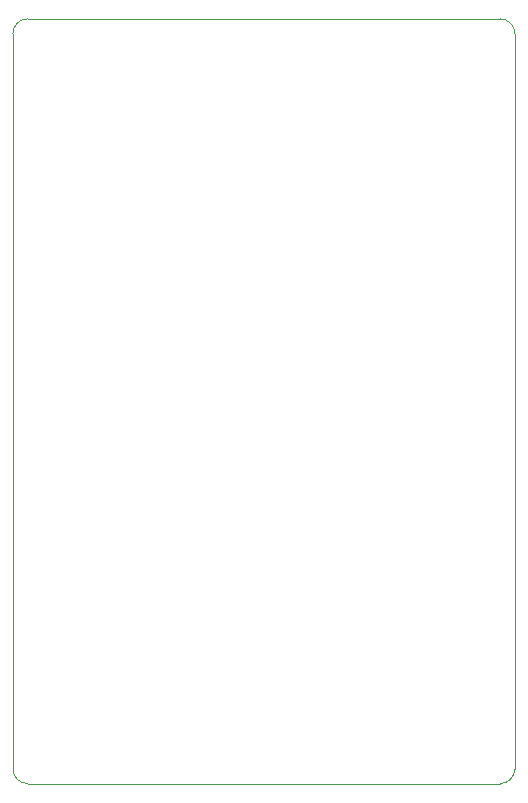
<source format=gbr>
%TF.GenerationSoftware,KiCad,Pcbnew,8.0.7*%
%TF.CreationDate,2025-02-14T15:53:52+00:00*%
%TF.ProjectId,FYP_Motor_R2,4659505f-4d6f-4746-9f72-5f52322e6b69,rev?*%
%TF.SameCoordinates,Original*%
%TF.FileFunction,Profile,NP*%
%FSLAX46Y46*%
G04 Gerber Fmt 4.6, Leading zero omitted, Abs format (unit mm)*
G04 Created by KiCad (PCBNEW 8.0.7) date 2025-02-14 15:53:52*
%MOMM*%
%LPD*%
G01*
G04 APERTURE LIST*
%TA.AperFunction,Profile*%
%ADD10C,0.050000*%
%TD*%
G04 APERTURE END LIST*
D10*
X86750000Y-94250000D02*
G75*
G02*
X85500000Y-93000000I0J1250000D01*
G01*
X85500000Y-30750000D02*
G75*
G02*
X86750000Y-29500000I1250000J0D01*
G01*
X128000000Y-93000000D02*
X128000000Y-30750000D01*
X86750000Y-94250000D02*
X126750000Y-94250000D01*
X85500000Y-30750000D02*
X85500000Y-93000000D01*
X128000000Y-93000000D02*
G75*
G02*
X126750000Y-94250000I-1250000J0D01*
G01*
X126750000Y-29500000D02*
G75*
G02*
X128000000Y-30750000I0J-1250000D01*
G01*
X86750000Y-29500000D02*
X126750000Y-29500000D01*
M02*

</source>
